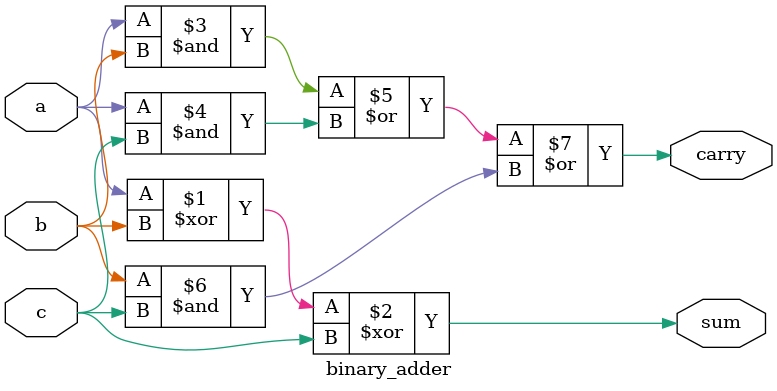
<source format=v>
`timescale 1ns / 1ps

module binary_adder (
  input a,
  input b,
  input c,
  output sum,
  output carry
);
  assign sum = a ^ b ^ c;
  assign carry = (a & b) | (a & c) | (b & c);
endmodule
</source>
